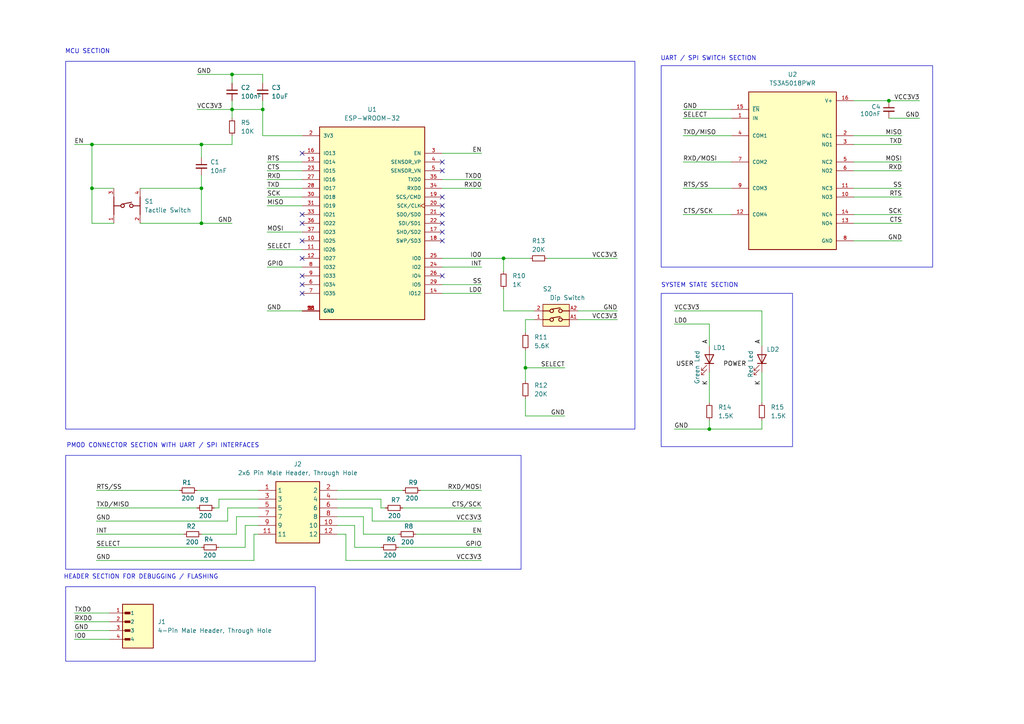
<source format=kicad_sch>
(kicad_sch (version 20231120) (generator "eeschema") (generator_version "8.0")
  (paper "A4")
  (title_block (title "PMOD ESP32 PROJECT SCHEMATIC") (date "2024-12-27") (rev "0.3"))
  (lib_symbols
    (symbol "418121270802:418121270802" (pin_names (offset 1.016))
      (property "Reference" "S" (at 2.54 2.54 0))
      (symbol "418121270802_0_0"
        (rectangle (start -4.445 -2.54) (end 1.905 5.08) (stroke (width 0.2)) (fill (type background)))
        (circle (center -2.54 0) (radius 0.508) (stroke (width 0.254)))
        (circle (center -2.54 2.54) (radius 0.508) (stroke (width 0.254)))
        (polyline (pts (xy -2.54 -2.54) (xy -2.54 -0.535)) (stroke (width 0.254)))
        (polyline (pts (xy -2.54 5.08) (xy -2.54 3.075)) (stroke (width 0.254)))
        (polyline (pts (xy -2.04 -0.03) (xy -1.64 2.47)) (stroke (width 0.254)))
        (polyline (pts (xy 0 -2.54) (xy 0 -0.535)) (stroke (width 0.254)))
        (polyline (pts (xy 0 5.08) (xy 0 3.075)) (stroke (width 0.254)))
        (polyline (pts (xy 0.5 -0.03) (xy 0.9 2.47)) (stroke (width 0.254)))
        (circle (center 0 0) (radius 0.508) (stroke (width 0.254)))
        (circle (center 0 2.54) (radius 0.508) (stroke (width 0.254)))
        (pin passive line (at -2.54 -5.08 90) (length 2.54) (name "~") (number "1"))
        (pin passive line (at 0 -5.08 90) (length 2.54) (name "~") (number "2"))
        (pin passive line (at -2.54 7.62 270) (length 2.54) (name "~") (number "A1"))
        (pin passive line (at 0 7.62 270) (length 2.54) (name "~") (number "A2"))
      )
    )
    (symbol "430182050816:430182050816" (pin_names (offset 1.016))
      (property "Reference" "S" (at 0 5.842 0))
      (symbol "430182050816_0_0"
        (polyline (pts (xy 0 -2.54) (xy -2.54 -2.54)) (stroke (width 0.254)))
        (polyline (pts (xy 0 -2.54) (xy 0 -0.635)) (stroke (width 0.254)))
        (polyline (pts (xy 0 3.175) (xy 0 5.08)) (stroke (width 0.254)))
        (polyline (pts (xy 0 5.08) (xy -2.54 5.08)) (stroke (width 0.254)))
        (polyline (pts (xy 0.47 2.74) (xy 1.04 -0.07)) (stroke (width 0.254)))
        (polyline (pts (xy 2.54 -2.54) (xy 0 -2.54)) (stroke (width 0.254)))
        (polyline (pts (xy 2.54 5.08) (xy 0 5.08)) (stroke (width 0.254)))
        (circle (center 0 0) (radius 0.508) (stroke (width 0.254)))
        (circle (center 0 2.54) (radius 0.508) (stroke (width 0.254)))
        (pin passive line (at -5.08 5.08 0) (length 2.54) (name "~") (number "1"))
        (pin passive line (at -5.08 -2.54 0) (length 2.54) (name "~") (number "2"))
        (pin passive line (at 5.08 5.08 180) (length 2.54) (name "~") (number "3"))
        (pin passive line (at 5.08 -2.54 180) (length 2.54) (name "~") (number "4"))
      )
    )
    (symbol "68001-204HLF:68001-204HLF" (pin_names (offset 1.016))
      (property "Reference" "J" (at -2.54 5.842 0))
      (property "Value" "68001-204HLF" (at -2.54 -10.16 0))
      (symbol "68001-204HLF_0_0"
        (rectangle (start -3.81 -7.62) (end 5.08 5.08) (stroke (width 0.254)) (fill (type background)))
        (rectangle (start -3.175 -5.3975) (end -1.5875 -4.7625) (stroke (width 0.1)) (fill (type outline)))
        (rectangle (start -3.175 -2.8575) (end -1.5875 -2.2225) (stroke (width 0.1)) (fill (type outline)))
        (rectangle (start -3.175 -0.3175) (end -1.5875 0.3175) (stroke (width 0.1)) (fill (type outline)))
        (rectangle (start -3.175 2.2225) (end -1.5875 2.8575) (stroke (width 0.1)) (fill (type outline)))
        (pin passive line (at -7.62 2.54 0) (length 5.08) (name "1") (number "1"))
        (pin passive line (at -7.62 0 0) (length 5.08) (name "2") (number "2"))
        (pin passive line (at -7.62 -2.54 0) (length 5.08) (name "3") (number "3"))
        (pin passive line (at -7.62 -5.08 0) (length 5.08) (name "4") (number "4"))
      )
    )
    (symbol "Device:C_Small" (pin_numbers hide) (pin_names (offset 0.254) hide)
      (property "Reference" "C" (at 0.254 1.778 0))
      (property "Value" "C_Small" (at 0.254 -2.032 0))
      (symbol "C_Small_0_1"
        (polyline (pts (xy -1.524 -0.508) (xy 1.524 -0.508)) (stroke (width 0.3302)))
        (polyline (pts (xy -1.524 0.508) (xy 1.524 0.508)) (stroke (width 0.3048)))
      )
      (symbol "C_Small_1_1"
        (pin passive line (at 0 2.54 270) (length 2.032) (name "~") (number "1"))
        (pin passive line (at 0 -2.54 90) (length 2.032) (name "~") (number "2"))
      )
    )
    (symbol "Device:LED" (pin_numbers hide) (pin_names (offset 1.016) hide)
      (property "Reference" "D" (at 0 2.54 0))
      (property "Value" "LED" (at 0 -2.54 0))
      (symbol "LED_0_1"
        (polyline (pts (xy -1.27 -1.27) (xy -1.27 1.27)) (stroke (width 0.254)))
        (polyline (pts (xy -1.27 0) (xy 1.27 0)))
        (polyline (pts (xy 1.27 -1.27) (xy 1.27 1.27) (xy -1.27 0) (xy 1.27 -1.27)) (stroke (width 0.254)))
        (polyline (pts (xy -3.048 -0.762) (xy -4.572 -2.286) (xy -3.81 -2.286) (xy -4.572 -2.286) (xy -4.572 -1.524)))
        (polyline (pts (xy -1.778 -0.762) (xy -3.302 -2.286) (xy -2.54 -2.286) (xy -3.302 -2.286) (xy -3.302 -1.524)))
      )
      (symbol "LED_1_1"
        (pin passive line (at -3.81 0 0) (length 2.54) (name "K") (number "1"))
        (pin passive line (at 3.81 0 180) (length 2.54) (name "A") (number "2"))
      )
    )
    (symbol "Device:R_Small" (pin_numbers hide) (pin_names (offset 0.254) hide)
      (property "Reference" "R" (at 0.762 0.508 0))
      (property "Value" "R_Small" (at 0.762 -1.016 0))
      (symbol "R_Small_0_1"
        (rectangle (start -0.762 1.778) (end 0.762 -1.778) (stroke (width 0.2032)))
      )
      (symbol "R_Small_1_1"
        (pin passive line (at 0 2.54 270) (length 0.762) (name "~") (number "1"))
        (pin passive line (at 0 -2.54 90) (length 0.762) (name "~") (number "2"))
      )
    )
    (symbol "ESP-WROOM-32:ESP-WROOM-32" (pin_names (offset 1.016))
      (property "Reference" "U" (at -15.2699 28.5037 0))
      (property "Value" "ESP-WROOM-32" (at -15.2772 -31.0638 0))
      (symbol "ESP-WROOM-32_0_0"
        (rectangle (start -15.24 -27.94) (end 15.24 27.94) (stroke (width 0.254)) (fill (type background)))
        (pin power_in line (at 20.32 -25.4 180) (length 5.08) (name "GND") (number "1"))
        (pin power_in line (at 20.32 -25.4 180) (length 5.08) (name "GND") (number "1.1"))
        (pin bidirectional line (at 20.32 -5.08 180) (length 5.08) (name "IO25") (number "10"))
        (pin bidirectional line (at 20.32 -7.62 180) (length 5.08) (name "IO26") (number "11"))
        (pin bidirectional line (at 20.32 -10.16 180) (length 5.08) (name "IO27") (number "12"))
        (pin bidirectional line (at 20.32 17.78 180) (length 5.08) (name "IO14") (number "13"))
        (pin bidirectional line (at -20.32 -20.32 0) (length 5.08) (name "IO12") (number "14"))
        (pin power_in line (at 20.32 -25.4 180) (length 5.08) (name "GND") (number "15"))
        (pin bidirectional line (at 20.32 20.32 180) (length 5.08) (name "IO13") (number "16"))
        (pin bidirectional line (at -20.32 -2.54 0) (length 5.08) (name "SHD/SD2") (number "17"))
        (pin bidirectional line (at -20.32 -5.08 0) (length 5.08) (name "SWP/SD3") (number "18"))
        (pin bidirectional line (at -20.32 7.62 0) (length 5.08) (name "SCS/CMD") (number "19"))
        (pin power_in line (at 20.32 25.4 180) (length 5.08) (name "3V3") (number "2"))
        (pin bidirectional clock (at -20.32 5.08 0) (length 5.08) (name "SCK/CLK") (number "20"))
        (pin bidirectional line (at -20.32 2.54 0) (length 5.08) (name "SDO/SD0") (number "21"))
        (pin bidirectional line (at -20.32 0 0) (length 5.08) (name "SDI/SD1") (number "22"))
        (pin bidirectional line (at 20.32 15.24 180) (length 5.08) (name "IO15") (number "23"))
        (pin bidirectional line (at -20.32 -12.7 0) (length 5.08) (name "IO2") (number "24"))
        (pin bidirectional line (at -20.32 -10.16 0) (length 5.08) (name "IO0") (number "25"))
        (pin bidirectional line (at -20.32 -15.24 0) (length 5.08) (name "IO4") (number "26"))
        (pin bidirectional line (at 20.32 12.7 180) (length 5.08) (name "IO16") (number "27"))
        (pin bidirectional line (at 20.32 10.16 180) (length 5.08) (name "IO17") (number "28"))
        (pin bidirectional line (at -20.32 -17.78 0) (length 5.08) (name "IO5") (number "29"))
        (pin input line (at -20.32 20.32 0) (length 5.08) (name "EN") (number "3"))
        (pin bidirectional line (at 20.32 7.62 180) (length 5.08) (name "IO18") (number "30"))
        (pin bidirectional line (at 20.32 5.08 180) (length 5.08) (name "IO19") (number "31"))
        (pin bidirectional line (at 20.32 2.54 180) (length 5.08) (name "IO21") (number "33"))
        (pin bidirectional line (at -20.32 10.16 0) (length 5.08) (name "RXD0") (number "34"))
        (pin bidirectional line (at -20.32 12.7 0) (length 5.08) (name "TXD0") (number "35"))
        (pin bidirectional line (at 20.32 0 180) (length 5.08) (name "IO22") (number "36"))
        (pin bidirectional line (at 20.32 -2.54 180) (length 5.08) (name "IO23") (number "37"))
        (pin power_in line (at 20.32 -25.4 180) (length 5.08) (name "GND") (number "38"))
        (pin input line (at -20.32 17.78 0) (length 5.08) (name "SENSOR_VP") (number "4"))
        (pin input line (at -20.32 15.24 0) (length 5.08) (name "SENSOR_VN") (number "5"))
        (pin bidirectional line (at 20.32 -17.78 180) (length 5.08) (name "IO34") (number "6"))
        (pin bidirectional line (at 20.32 -20.32 180) (length 5.08) (name "IO35") (number "7"))
        (pin bidirectional line (at 20.32 -12.7 180) (length 5.08) (name "IO32") (number "8"))
        (pin bidirectional line (at 20.32 -15.24 180) (length 5.08) (name "IO33") (number "9"))
      )
    )
    (symbol "M20-9740642:M20-9740642"
      (property "Reference" "J" (at 19.05 7.62 0))
      (property "Value" "M20-9740642" (at 19.05 5.08 0))
      (symbol "M20-9740642_1_1"
        (rectangle (start 5.08 2.54) (end 17.78 -15.24) (stroke (width 0.254)) (fill (type background)))
        (pin passive line (at 0 0 0) (length 5.08) (name "1") (number "1"))
        (pin passive line (at 22.86 -10.16 180) (length 5.08) (name "10") (number "10"))
        (pin passive line (at 0 -12.7 0) (length 5.08) (name "11") (number "11"))
        (pin passive line (at 22.86 -12.7 180) (length 5.08) (name "12") (number "12"))
        (pin passive line (at 22.86 0 180) (length 5.08) (name "2") (number "2"))
        (pin passive line (at 0 -2.54 0) (length 5.08) (name "3") (number "3"))
        (pin passive line (at 22.86 -2.54 180) (length 5.08) (name "4") (number "4"))
        (pin passive line (at 0 -5.08 0) (length 5.08) (name "5") (number "5"))
        (pin passive line (at 22.86 -5.08 180) (length 5.08) (name "6") (number "6"))
        (pin passive line (at 0 -7.62 0) (length 5.08) (name "7") (number "7"))
        (pin passive line (at 22.86 -7.62 180) (length 5.08) (name "8") (number "8"))
        (pin passive line (at 0 -10.16 0) (length 5.08) (name "9") (number "9"))
      )
    )
    (symbol "TS3A5018PWR:TS3A5018PWR" (pin_names (offset 1.016))
      (property "Reference" "U" (at -12.7 23.86 0))
      (property "Value" "TS3A5018PWR" (at -12.7 -25.4 0))
      (symbol "TS3A5018PWR_0_0"
        (rectangle (start -12.7 -22.86) (end 12.7 22.86) (stroke (width 0.254)) (fill (type background)))
        (pin input line (at -17.78 15.24 0) (length 5.08) (name "IN") (number "1"))
        (pin bidirectional line (at 17.78 -7.62 180) (length 5.08) (name "NO3") (number "10"))
        (pin bidirectional line (at 17.78 -5.08 180) (length 5.08) (name "NC3") (number "11"))
        (pin bidirectional line (at -17.78 -12.7 0) (length 5.08) (name "COM4") (number "12"))
        (pin bidirectional line (at 17.78 -15.24 180) (length 5.08) (name "NO4") (number "13"))
        (pin bidirectional line (at 17.78 -12.7 180) (length 5.08) (name "NC4") (number "14"))
        (pin input line (at -17.78 17.78 0) (length 5.08) (name "~{EN}") (number "15"))
        (pin power_in line (at 17.78 20.32 180) (length 5.08) (name "V+") (number "16"))
        (pin bidirectional line (at 17.78 10.16 180) (length 5.08) (name "NC1") (number "2"))
        (pin bidirectional line (at 17.78 7.62 180) (length 5.08) (name "NO1") (number "3"))
        (pin bidirectional line (at -17.78 10.16 0) (length 5.08) (name "COM1") (number "4"))
        (pin bidirectional line (at 17.78 2.54 180) (length 5.08) (name "NC2") (number "5"))
        (pin bidirectional line (at 17.78 0 180) (length 5.08) (name "NO2") (number "6"))
        (pin bidirectional line (at -17.78 2.54 0) (length 5.08) (name "COM2") (number "7"))
        (pin power_in line (at 17.78 -20.32 180) (length 5.08) (name "GND") (number "8"))
        (pin bidirectional line (at -17.78 -5.08 0) (length 5.08) (name "COM3") (number "9"))
      )
    )
  )
  (junction (at 58.42 54.61))
  (junction (at 58.42 64.77))
  (junction (at 26.67 54.61))
  (junction (at 76.2 31.75))
  (junction (at 205.74 124.46))
  (junction (at 58.42 41.91))
  (junction (at 146.05 74.93))
  (junction (at 67.31 31.75))
  (junction (at 67.31 21.59))
  (junction (at 257.81 29.21))
  (junction (at 152.4 106.68))
  (junction (at 26.67 41.91))
  (no_connect (at 128.27 69.85))
  (no_connect (at 87.63 85.09))
  (no_connect (at 87.63 80.01))
  (no_connect (at 87.63 69.85))
  (no_connect (at 87.63 64.77))
  (no_connect (at 128.27 59.69))
  (no_connect (at 128.27 80.01))
  (no_connect (at 128.27 46.99))
  (no_connect (at 87.63 62.23))
  (no_connect (at 128.27 67.31))
  (no_connect (at 128.27 62.23))
  (no_connect (at 128.27 64.77))
  (no_connect (at 87.63 74.93))
  (no_connect (at 128.27 49.53))
  (no_connect (at 128.27 57.15))
  (no_connect (at 87.63 44.45))
  (no_connect (at 87.63 82.55))
  (wire (pts (xy 77.47 67.31) (xy 87.63 67.31)))
  (wire (pts (xy 102.87 158.75) (xy 110.49 158.75)))
  (wire (pts (xy 67.31 24.13) (xy 67.31 21.59)))
  (wire (pts (xy 154.94 92.71) (xy 152.4 92.71)))
  (wire (pts (xy 247.65 57.15) (xy 261.62 57.15)))
  (wire (pts (xy 146.05 74.93) (xy 153.67 74.93)))
  (wire (pts (xy 195.58 124.46) (xy 205.74 124.46)))
  (wire (pts (xy 97.79 152.4) (xy 102.87 152.4)))
  (wire (pts (xy 21.59 182.88) (xy 31.75 182.88)))
  (wire (pts (xy 77.47 59.69) (xy 87.63 59.69)))
  (wire (pts (xy 40.64 64.77) (xy 58.42 64.77)))
  (wire (pts (xy 205.74 107.95) (xy 205.74 116.84)))
  (wire (pts (xy 58.42 64.77) (xy 67.31 64.77)))
  (wire (pts (xy 26.67 64.77) (xy 26.67 54.61)))
  (wire (pts (xy 67.31 31.75) (xy 76.2 31.75)))
  (wire (pts (xy 33.02 64.77) (xy 26.67 64.77)))
  (wire (pts (xy 97.79 144.78) (xy 110.49 144.78)))
  (wire (pts (xy 58.42 41.91) (xy 58.42 45.72)))
  (wire (pts (xy 57.15 31.75) (xy 67.31 31.75)))
  (wire (pts (xy 67.31 31.75) (xy 67.31 34.29)))
  (wire (pts (xy 205.74 121.92) (xy 205.74 124.46)))
  (wire (pts (xy 247.65 46.99) (xy 261.62 46.99)))
  (wire (pts (xy 27.94 154.94) (xy 53.34 154.94)))
  (wire (pts (xy 100.33 162.56) (xy 139.7 162.56)))
  (wire (pts (xy 146.05 90.17) (xy 154.94 90.17)))
  (wire (pts (xy 21.59 177.8) (xy 31.75 177.8)))
  (wire (pts (xy 198.12 31.75) (xy 212.09 31.75)))
  (wire (pts (xy 77.47 52.07) (xy 87.63 52.07)))
  (wire (pts (xy 74.93 147.32) (xy 66.04 147.32)))
  (wire (pts (xy 247.65 64.77) (xy 261.62 64.77)))
  (wire (pts (xy 21.59 180.34) (xy 31.75 180.34)))
  (wire (pts (xy 220.98 124.46) (xy 220.98 121.92)))
  (wire (pts (xy 77.47 49.53) (xy 87.63 49.53)))
  (wire (pts (xy 247.65 41.91) (xy 261.62 41.91)))
  (wire (pts (xy 152.4 106.68) (xy 163.83 106.68)))
  (wire (pts (xy 247.65 62.23) (xy 261.62 62.23)))
  (wire (pts (xy 128.27 54.61) (xy 139.7 54.61)))
  (wire (pts (xy 205.74 93.98) (xy 205.74 100.33)))
  (wire (pts (xy 198.12 54.61) (xy 212.09 54.61)))
  (wire (pts (xy 77.47 46.99) (xy 87.63 46.99)))
  (wire (pts (xy 67.31 29.21) (xy 67.31 31.75)))
  (wire (pts (xy 146.05 74.93) (xy 146.05 78.74)))
  (wire (pts (xy 67.31 41.91) (xy 67.31 39.37)))
  (wire (pts (xy 52.07 142.24) (xy 27.94 142.24)))
  (wire (pts (xy 105.41 149.86) (xy 97.79 149.86)))
  (wire (pts (xy 247.65 54.61) (xy 261.62 54.61)))
  (wire (pts (xy 58.42 64.77) (xy 58.42 54.61)))
  (wire (pts (xy 152.4 115.57) (xy 152.4 120.65)))
  (wire (pts (xy 76.2 29.21) (xy 76.2 31.75)))
  (wire (pts (xy 247.65 49.53) (xy 261.62 49.53)))
  (wire (pts (xy 76.2 21.59) (xy 76.2 24.13)))
  (wire (pts (xy 58.42 50.8) (xy 58.42 54.61)))
  (wire (pts (xy 100.33 154.94) (xy 100.33 162.56)))
  (wire (pts (xy 26.67 41.91) (xy 58.42 41.91)))
  (wire (pts (xy 27.94 158.75) (xy 58.42 158.75)))
  (wire (pts (xy 57.15 142.24) (xy 74.93 142.24)))
  (wire (pts (xy 220.98 107.95) (xy 220.98 116.84)))
  (wire (pts (xy 77.47 57.15) (xy 87.63 57.15)))
  (wire (pts (xy 205.74 124.46) (xy 220.98 124.46)))
  (wire (pts (xy 247.65 29.21) (xy 257.81 29.21)))
  (wire (pts (xy 63.5 144.78) (xy 74.93 144.78)))
  (wire (pts (xy 73.66 154.94) (xy 73.66 162.56)))
  (wire (pts (xy 247.65 39.37) (xy 261.62 39.37)))
  (wire (pts (xy 139.7 154.94) (xy 120.65 154.94)))
  (wire (pts (xy 77.47 54.61) (xy 87.63 54.61)))
  (wire (pts (xy 128.27 85.09) (xy 139.7 85.09)))
  (wire (pts (xy 152.4 106.68) (xy 152.4 110.49)))
  (wire (pts (xy 63.5 147.32) (xy 62.23 147.32)))
  (wire (pts (xy 195.58 90.17) (xy 220.98 90.17)))
  (wire (pts (xy 97.79 154.94) (xy 100.33 154.94)))
  (wire (pts (xy 27.94 151.13) (xy 66.04 151.13)))
  (wire (pts (xy 128.27 77.47) (xy 139.7 77.47)))
  (wire (pts (xy 76.2 39.37) (xy 87.63 39.37)))
  (wire (pts (xy 102.87 152.4) (xy 102.87 158.75)))
  (wire (pts (xy 167.64 92.71) (xy 179.07 92.71)))
  (wire (pts (xy 110.49 147.32) (xy 111.76 147.32)))
  (wire (pts (xy 63.5 147.32) (xy 63.5 144.78)))
  (wire (pts (xy 26.67 54.61) (xy 26.67 41.91)))
  (wire (pts (xy 40.64 54.61) (xy 58.42 54.61)))
  (wire (pts (xy 220.98 90.17) (xy 220.98 100.33)))
  (wire (pts (xy 152.4 120.65) (xy 163.83 120.65)))
  (wire (pts (xy 257.81 34.29) (xy 266.7 34.29)))
  (wire (pts (xy 21.59 185.42) (xy 31.75 185.42)))
  (wire (pts (xy 58.42 41.91) (xy 67.31 41.91)))
  (wire (pts (xy 107.95 151.13) (xy 139.7 151.13)))
  (wire (pts (xy 71.12 158.75) (xy 71.12 152.4)))
  (wire (pts (xy 67.31 21.59) (xy 76.2 21.59)))
  (wire (pts (xy 68.58 154.94) (xy 68.58 149.86)))
  (wire (pts (xy 167.64 90.17) (xy 179.07 90.17)))
  (wire (pts (xy 73.66 154.94) (xy 74.93 154.94)))
  (wire (pts (xy 146.05 83.82) (xy 146.05 90.17)))
  (wire (pts (xy 198.12 46.99) (xy 212.09 46.99)))
  (wire (pts (xy 58.42 154.94) (xy 68.58 154.94)))
  (wire (pts (xy 97.79 147.32) (xy 107.95 147.32)))
  (wire (pts (xy 198.12 62.23) (xy 212.09 62.23)))
  (wire (pts (xy 128.27 52.07) (xy 139.7 52.07)))
  (wire (pts (xy 121.92 142.24) (xy 139.7 142.24)))
  (wire (pts (xy 77.47 77.47) (xy 87.63 77.47)))
  (wire (pts (xy 128.27 74.93) (xy 146.05 74.93)))
  (wire (pts (xy 105.41 154.94) (xy 115.57 154.94)))
  (wire (pts (xy 68.58 149.86) (xy 74.93 149.86)))
  (wire (pts (xy 110.49 144.78) (xy 110.49 147.32)))
  (wire (pts (xy 77.47 90.17) (xy 87.63 90.17)))
  (wire (pts (xy 158.75 74.93) (xy 179.07 74.93)))
  (wire (pts (xy 195.58 93.98) (xy 205.74 93.98)))
  (wire (pts (xy 66.04 147.32) (xy 66.04 151.13)))
  (wire (pts (xy 107.95 147.32) (xy 107.95 151.13)))
  (wire (pts (xy 77.47 72.39) (xy 87.63 72.39)))
  (wire (pts (xy 73.66 162.56) (xy 27.94 162.56)))
  (wire (pts (xy 139.7 158.75) (xy 115.57 158.75)))
  (wire (pts (xy 152.4 101.6) (xy 152.4 106.68)))
  (wire (pts (xy 247.65 69.85) (xy 261.62 69.85)))
  (wire (pts (xy 26.67 54.61) (xy 33.02 54.61)))
  (wire (pts (xy 76.2 31.75) (xy 76.2 39.37)))
  (wire (pts (xy 57.15 147.32) (xy 27.94 147.32)))
  (wire (pts (xy 71.12 152.4) (xy 74.93 152.4)))
  (wire (pts (xy 128.27 44.45) (xy 139.7 44.45)))
  (wire (pts (xy 198.12 39.37) (xy 212.09 39.37)))
  (wire (pts (xy 21.59 41.91) (xy 26.67 41.91)))
  (wire (pts (xy 97.79 142.24) (xy 116.84 142.24)))
  (wire (pts (xy 105.41 154.94) (xy 105.41 149.86)))
  (wire (pts (xy 128.27 82.55) (xy 139.7 82.55)))
  (wire (pts (xy 116.84 147.32) (xy 139.7 147.32)))
  (wire (pts (xy 257.81 29.21) (xy 266.7 29.21)))
  (wire (pts (xy 198.12 34.29) (xy 212.09 34.29)))
  (wire (pts (xy 63.5 158.75) (xy 71.12 158.75)))
  (wire (pts (xy 57.15 21.59) (xy 67.31 21.59)))
  (wire (pts (xy 152.4 92.71) (xy 152.4 96.52)))
  (rectangle (start 19.05 17.78) (end 184.15 124.46))
  (rectangle (start 191.77 85.09) (end 229.87 129.54))
  (rectangle (start 19.05 132.08) (end 151.13 165.1))
  (rectangle (start 191.77 19.05) (end 270.51 77.47))
  (rectangle (start 19.05 170.18) (end 91.44 191.77))
  (text "POWER\n" (at 213.106 105.664 0) (effects (font (size 1.27 1.27))))
  (text "UART / SPI SWITCH SECTION" (at 205.486 17.018 0) (effects (font (size 1.27 1.27))))
  (text "HEADER SECTION FOR DEBUGGING / FLASHING" (at 40.894 167.386 0) (effects (font (size 1.27 1.27))))
  (text "PMOD CONNECTOR SECTION WITH UART / SPI INTERFACES" (at 47.244 129.286 0) (effects (font (size 1.27 1.27))))
  (text "K\n" (at 219.71 111.252 90) (effects (font (size 1.27 1.27))))
  (text "SYSTEM STATE SECTION" (at 202.946 82.804 0) (effects (font (size 1.27 1.27))))
  (text "USER" (at 198.628 105.664 0) (effects (font (size 1.27 1.27))))
  (text "A" (at 204.47 99.314 90) (effects (font (size 1.27 1.27))))
  (text "MCU SECTION" (at 25.4 14.986 0) (effects (font (size 1.27 1.27))))
  (text "K\n" (at 204.47 111.252 90) (effects (font (size 1.27 1.27))))
  (text "A" (at 219.71 99.314 90) (effects (font (size 1.27 1.27))))
  (label "TXD" (at 77.47 54.61 0))
  (label "MOSI" (at 261.62 46.99 180))
  (label "INT" (at 27.94 154.94 0))
  (label "SCK" (at 77.47 57.15 0))
  (label "GND" (at 163.83 120.65 180))
  (label "RXD" (at 77.47 52.07 0))
  (label "LD0" (at 195.58 93.98 0))
  (label "SCK" (at 261.62 62.23 180))
  (label "IO0" (at 21.59 185.42 0))
  (label "RXD" (at 261.62 49.53 180))
  (label "GND" (at 67.31 64.77 180))
  (label "VCC3V3" (at 266.7 29.21 180))
  (label "GND" (at 195.58 124.46 0))
  (label "MISO" (at 77.47 59.69 0))
  (label "VCC3V3" (at 139.7 162.56 180))
  (label "SELECT" (at 198.12 34.29 0))
  (label "RTS" (at 261.62 57.15 180))
  (label "VCC3V3" (at 139.7 151.13 180))
  (label "SELECT" (at 27.94 158.75 0))
  (label "CTS{slash}SCK" (at 139.7 147.32 180))
  (label "GND" (at 261.62 69.85 180))
  (label "CTS{slash}SCK" (at 198.12 62.23 0))
  (label "GND" (at 77.47 90.17 0))
  (label "GND" (at 179.07 90.17 180))
  (label "GPIO" (at 77.47 77.47 0))
  (label "CTS" (at 261.62 64.77 180))
  (label "GND" (at 57.15 21.59 0))
  (label "VCC3V3" (at 57.15 31.75 0))
  (label "LD0" (at 139.7 85.09 180))
  (label "GPIO" (at 139.7 158.75 180))
  (label "SELECT" (at 77.47 72.39 0))
  (label "VCC3V3" (at 179.07 74.93 180))
  (label "RTS{slash}SS" (at 198.12 54.61 0))
  (label "RXD0" (at 21.59 180.34 0))
  (label "GND" (at 21.59 182.88 0))
  (label "TXD{slash}MISO" (at 198.12 39.37 0))
  (label "RTS{slash}SS" (at 27.94 142.24 0))
  (label "INT" (at 139.7 77.47 180))
  (label "EN" (at 21.59 41.91 0))
  (label "GND" (at 27.94 151.13 0))
  (label "GND" (at 27.94 162.56 0))
  (label "TXD{slash}MISO" (at 27.94 147.32 0))
  (label "CTS" (at 77.47 49.53 0))
  (label "RXD0" (at 139.7 54.61 180))
  (label "GND" (at 266.7 34.29 180))
  (label "MISO" (at 261.62 39.37 180))
  (label "RXD{slash}MOSI" (at 139.7 142.24 180))
  (label "SELECT" (at 163.83 106.68 180))
  (label "EN" (at 139.7 154.94 180))
  (label "SS" (at 261.62 54.61 180))
  (label "EN" (at 139.7 44.45 180))
  (label "RTS" (at 77.47 46.99 0))
  (label "GND" (at 198.12 31.75 0))
  (label "SS" (at 139.7 82.55 180))
  (label "IO0" (at 139.7 74.93 180))
  (label "VCC3V3" (at 195.58 90.17 0))
  (label "TXD" (at 261.62 41.91 180))
  (label "RXD{slash}MOSI" (at 198.12 46.99 0))
  (label "TXD0" (at 21.59 177.8 0))
  (label "MOSI" (at 77.47 67.31 0))
  (label "VCC3V3" (at 179.07 92.71 180))
  (label "TXD0" (at 139.7 52.07 180))
  (symbol (lib_id "Device:R_Small") (at 55.88 154.94 270) (mirror x) (unit 1)
    (property "Reference" "R2" (at 54.102 152.654 90) (effects (justify left)))
    (property "Value" "200" (at 53.848 157.226 90) (effects (justify left)))
    (property "Footprint" "Resistor_SMD:R_0603_1608Metric_Pad0.98x0.95mm_HandSolder" (effects (hide yes)))
    (property "Datasheet" "https://cdn.ozdisan.com/ETicaret_Dosya/399380_9872459.pdf" (effects (hide yes)))
    (property "Description" "200 Ohm Resistor" (effects (hide yes)))
    (property "MANUFACTURER" "ROYALOHM" (effects (hide yes)))
    (property "PACKAGE" "0603" (effects (hide yes)))
    (property "Price" "0.05 TL" (effects (hide yes)))
  )
  (symbol (lib_id "Device:R_Small") (at 114.3 147.32 90) (unit 1)
    (property "Reference" "R7" (at 116.078 145.034 90) (effects (justify left)))
    (property "Value" "200" (at 116.332 149.606 90) (effects (justify left)))
    (property "Footprint" "Resistor_SMD:R_0603_1608Metric_Pad0.98x0.95mm_HandSolder" (effects (hide yes)))
    (property "Datasheet" "https://cdn.ozdisan.com/ETicaret_Dosya/399380_9872459.pdf" (effects (hide yes)))
    (property "Description" "200 Ohm Resistor" (effects (hide yes)))
    (property "MANUFACTURER" "ROYALOHM" (effects (hide yes)))
    (property "PACKAGE" "0603" (effects (hide yes)))
    (property "Price" "0.05 TL" (effects (hide yes)))
  )
  (symbol (lib_id "Device:R_Small") (at 60.96 158.75 270) (mirror x) (unit 1)
    (property "Reference" "R4" (at 59.182 156.464 90) (effects (justify left)))
    (property "Value" "200" (at 58.928 161.036 90) (effects (justify left)))
    (property "Footprint" "Resistor_SMD:R_0603_1608Metric_Pad0.98x0.95mm_HandSolder" (effects (hide yes)))
    (property "Datasheet" "https://cdn.ozdisan.com/ETicaret_Dosya/399380_9872459.pdf" (effects (hide yes)))
    (property "Description" "200 Ohm Resistor" (effects (hide yes)))
    (property "MANUFACTURER" "ROYALOHM" (effects (hide yes)))
    (property "PACKAGE" "0603" (effects (hide yes)))
    (property "Price" "0.05 TL" (effects (hide yes)))
  )
  (symbol (lib_id "430182050816:430182050816") (at 38.1 59.69 90) (unit 1)
    (property "Reference" "S1" (at 41.91 58.4199 90) (effects (justify right)))
    (property "Value" "Tactile Switch" (at 41.91 60.9599 90) (effects (justify right)))
    (property "Footprint" "430182050816:430182050816" (effects (hide yes)))
    (property "Datasheet" "https://www.we-online.com/components/products/datasheet/4301x2xxx8x6.pdf" (effects (hide yes)))
    (property "Description" "SWITCH TACTILE SPST-NO 0.05A 12V" (effects (hide yes)))
    (property "MF" "Wurth Electronics" (effects (hide yes)))
    (property "Description_1" "6*6mm vertical type, SMT, height 5.0mm, black actuator, 160gf, T&R" (effects (hide yes)))
    (property "Package" "None" (effects (hide yes)))
    (property "Price" "25.85 TL" (effects (hide yes)))
    (property "VALUE" "430182050816" (effects (hide yes)))
    (property "HEIGHT" "5mm" (effects (hide yes)))
    (property "SnapEDA_Link" "https://www.snapeda.com/parts/430182050816/Wurth+Electronics/view-part/?ref=snap" (effects (hide yes)))
    (property "DATASHEET-URL" "https://www.we-online.com/redexpert/spec/430182050816?ae" (effects (hide yes)))
    (property "MP" "430182050816" (effects (hide yes)))
    (property "PART-NUMBER" "430182050816" (effects (hide yes)))
    (property "OPERATION-FORCE" "160g" (effects (hide yes)))
    (property "QTY" "1000" (effects (hide yes)))
    (property "Availability" "In Stock" (effects (hide yes)))
    (property "Check_prices" "https://www.snapeda.com/parts/430182050816/Wurth+Electronics/view-part/?ref=eda" (effects (hide yes)))
    (property "MANUFACTURER" "Würth" (effects (hide yes)))
  )
  (symbol (lib_id "Device:R_Small") (at 54.61 142.24 270) (mirror x) (unit 1)
    (property "Reference" "R1" (at 52.832 139.954 90) (effects (justify left)))
    (property "Value" "200" (at 52.578 144.526 90) (effects (justify left)))
    (property "Footprint" "Resistor_SMD:R_0603_1608Metric_Pad0.98x0.95mm_HandSolder" (effects (hide yes)))
    (property "Datasheet" "https://cdn.ozdisan.com/ETicaret_Dosya/399380_9872459.pdf" (effects (hide yes)))
    (property "Description" "200 Ohm Resistor" (effects (hide yes)))
    (property "MANUFACTURER" "ROYALOHM" (effects (hide yes)))
    (property "PACKAGE" "0603" (effects (hide yes)))
    (property "Price" "0.05 TL" (effects (hide yes)))
  )
  (symbol (lib_id "Device:R_Small") (at 156.21 74.93 90) (unit 1)
    (property "Reference" "R13" (at 156.21 69.85 90))
    (property "Value" "20K" (at 156.21 72.39 90))
    (property "Footprint" "Resistor_SMD:R_0603_1608Metric_Pad0.98x0.95mm_HandSolder" (effects (hide yes)))
    (property "Datasheet" "https://cdn.ozdisan.com/ETicaret_Dosya/399380_9872459.pdf" (effects (hide yes)))
    (property "Description" "20K Resistor" (effects (hide yes)))
    (property "MANUFACTURER" "ROYALOHM" (effects (hide yes)))
    (property "PACKAGE" "0603" (effects (hide yes)))
    (property "Price" "0.06 TL" (effects (hide yes)))
  )
  (symbol (lib_id "Device:C_Small") (at 58.42 48.26 0) (unit 1)
    (property "Reference" "C1" (at 60.96 46.9962 0) (effects (justify left)))
    (property "Value" "10nF" (at 60.96 49.5362 0) (effects (justify left)))
    (property "Footprint" "Capacitor_SMD:C_0603_1608Metric_Pad1.08x0.95mm_HandSolder" (effects (hide yes)))
    (property "Datasheet" "https://www.mouser.com.tr/datasheet/2/585/MLCC_Automotive-1837966.pdf" (effects (hide yes)))
    (property "Description" "Unpolarized capacitor, small symbol" (effects (hide yes)))
    (property "MANUFACTURER" "Samsung" (effects (hide yes)))
    (property "PACKAGE" "0603" (effects (hide yes)))
    (property "Price" "0.14 TL" (effects (hide yes)))
  )
  (symbol (lib_id "Device:R_Small") (at 146.05 81.28 0) (unit 1)
    (property "Reference" "R10" (at 148.59 80.0099 0) (effects (justify left)))
    (property "Value" "1K" (at 148.59 82.5499 0) (effects (justify left)))
    (property "Footprint" "Resistor_SMD:R_0603_1608Metric_Pad0.98x0.95mm_HandSolder" (effects (hide yes)))
    (property "Datasheet" "https://cdn.ozdisan.com/ETicaret_Dosya/399380_9872459.pdf" (effects (hide yes)))
    (property "Description" "1K Resistor" (effects (hide yes)))
    (property "MANUFACTURER" "ROYALOHM" (effects (hide yes)))
    (property "PACKAGE" "0603" (effects (hide yes)))
    (property "Price" "0.06 TL" (effects (hide yes)))
  )
  (symbol (lib_id "Device:R_Small") (at 119.38 142.24 90) (unit 1)
    (property "Reference" "R9" (at 121.158 139.954 90) (effects (justify left)))
    (property "Value" "200" (at 121.412 144.526 90) (effects (justify left)))
    (property "Footprint" "Resistor_SMD:R_0603_1608Metric_Pad0.98x0.95mm_HandSolder" (effects (hide yes)))
    (property "Datasheet" "https://cdn.ozdisan.com/ETicaret_Dosya/399380_9872459.pdf" (effects (hide yes)))
    (property "Description" "200 Ohm Resistor" (effects (hide yes)))
    (property "MANUFACTURER" "ROYALOHM" (effects (hide yes)))
    (property "PACKAGE" "0603" (effects (hide yes)))
    (property "Price" "0.05 TL" (effects (hide yes)))
  )
  (symbol (lib_id "Device:R_Small") (at 67.31 36.83 0) (unit 1)
    (property "Reference" "R5" (at 69.85 35.5599 0) (effects (justify left)))
    (property "Value" "10K" (at 69.85 38.0999 0) (effects (justify left)))
    (property "Footprint" "Resistor_SMD:R_0603_1608Metric_Pad0.98x0.95mm_HandSolder" (effects (hide yes)))
    (property "Datasheet" "https://cdn.ozdisan.com/ETicaret_Dosya/399380_9872459.pdf" (effects (hide yes)))
    (property "Description" "10K Resistor" (effects (hide yes)))
    (property "MANUFACTURER" "ROYALOHM" (effects (hide yes)))
    (property "PACKAGE" "0603" (effects (hide yes)))
    (property "Price" "0.06 TL" (effects (hide yes)))
  )
  (symbol (lib_id "Device:LED") (at 205.74 104.14 270) (mirror x) (unit 1)
    (property "Reference" "LD1" (at 210.566 100.838 90) (effects (justify right)))
    (property "Value" "Green Led" (at 202.184 101.6 0) (effects (justify right)))
    (property "Footprint" "LED_SMD:LED_1206_3216Metric_Pad1.42x1.75mm_HandSolder" (effects (hide yes)))
    (property "Datasheet" "https://pdf.direnc.net/upload/dstk6802-datasheet.pdf" (effects (hide yes)))
    (property "Description" "Light emitting diode (green led)" (effects (hide yes)))
    (property "MANUFACTURER" "Honglitronic" (effects (hide yes)))
    (property "PACKAGE" "1206" (effects (hide yes)))
    (property "Price" "0.81 TL" (effects (hide yes)))
  )
  (symbol (lib_id "Device:R_Small") (at 220.98 119.38 0) (unit 1)
    (property "Reference" "R15" (at 223.52 118.1099 0) (effects (justify left)))
    (property "Value" "1.5K" (at 223.52 120.6499 0) (effects (justify left)))
    (property "Footprint" "Resistor_SMD:R_0603_1608Metric_Pad0.98x0.95mm_HandSolder" (effects (hide yes)))
    (property "Datasheet" "https://cdn.ozdisan.com/ETicaret_Dosya/399380_9872459.pdf" (effects (hide yes)))
    (property "Description" "1.5K Resistor" (effects (hide yes)))
    (property "MANUFACTURER" "ROYALOHM" (effects (hide yes)))
    (property "PACKAGE" "0603" (effects (hide yes)))
    (property "Price" "0.00032 TL" (effects (hide yes)))
  )
  (symbol (lib_id "Device:C_Small") (at 76.2 26.67 0) (unit 1)
    (property "Reference" "C3" (at 78.74 25.4062 0) (effects (justify left)))
    (property "Value" "10uF" (at 78.74 27.9462 0) (effects (justify left)))
    (property "Footprint" "Capacitor_SMD:C_0603_1608Metric_Pad1.08x0.95mm_HandSolder" (effects (hide yes)))
    (property "Datasheet" "https://cdn.ozdisan.com/ETicaret_Dosya/1078246_1413433342..pdf" (effects (hide yes)))
    (property "Description" "Unpolarized capacitor, small symbol" (effects (hide yes)))
    (property "MANUFACTURER" "Viking" (effects (hide yes)))
    (property "PACKAGE" "0603" (effects (hide yes)))
    (property "Price" "0.23 TL" (effects (hide yes)))
  )
  (symbol (lib_id "Device:R_Small") (at 152.4 99.06 0) (unit 1)
    (property "Reference" "R11" (at 154.94 97.7899 0) (effects (justify left)))
    (property "Value" "5.6K" (at 154.94 100.3299 0) (effects (justify left)))
    (property "Footprint" "Resistor_SMD:R_0603_1608Metric_Pad0.98x0.95mm_HandSolder" (effects (hide yes)))
    (property "Datasheet" "https://cdn.ozdisan.com/ETicaret_Dosya/399380_9872459.pdf" (effects (hide yes)))
    (property "Description" "5.6K Resistor" (effects (hide yes)))
    (property "MANUFACTURER" "ROYALOHM" (effects (hide yes)))
    (property "PACKAGE" "0603" (effects (hide yes)))
    (property "Price" "0.00032 TL" (effects (hide yes)))
  )
  (symbol (lib_id "TS3A5018PWR:TS3A5018PWR") (at 229.87 49.53 0) (unit 1)
    (property "Reference" "U2" (at 229.87 21.59 0))
    (property "Value" "TS3A5018PWR" (at 229.87 24.13 0))
    (property "Footprint" "TS3A5018PW:SOP65P640X120-16N" (effects (hide yes)))
    (property "MF" "Texas Instruments" (effects (hide yes)))
    (property "MAXIMUM_PACKAGE_HEIGHT" "1.2 mm" (effects (hide yes)))
    (property "Package" "TSSOP-16 Texas Instruments" (effects (hide yes)))
    (property "Price" "None" (effects (hide yes)))
    (property "Check_prices" "https://www.snapeda.com/parts/TS3A5018PWR/Texas+Instruments/view-part/?ref=eda" (effects (hide yes)))
    (property "STANDARD" "Manufacturer Recommendations" (effects (hide yes)))
    (property "PARTREV" "H" (effects (hide yes)))
    (property "SnapEDA_Link" "https://www.snapeda.com/parts/TS3A5018PWR/Texas+Instruments/view-part/?ref=snap" (effects (hide yes)))
    (property "MP" "TS3A5018PWR" (effects (hide yes)))
    (property "Description_1" "\n                        \n                            3.3-V, 2:1 (SPDT), 4-channel general-purpose analog switch\n                        \n" (effects (hide yes)))
    (property "MANUFACTURER" "Texas Instruments" (effects (hide yes)))
    (property "Availability" "In Stock" (effects (hide yes)))
    (property "SNAPEDA_PN" "TS3A5018PWR" (effects (hide yes)))
  )
  (symbol (lib_id "Device:R_Small") (at 113.03 158.75 90) (unit 1)
    (property "Reference" "R6" (at 114.808 156.464 90) (effects (justify left)))
    (property "Value" "200" (at 115.062 161.036 90) (effects (justify left)))
    (property "Footprint" "Resistor_SMD:R_0603_1608Metric_Pad0.98x0.95mm_HandSolder" (effects (hide yes)))
    (property "Datasheet" "https://cdn.ozdisan.com/ETicaret_Dosya/399380_9872459.pdf" (effects (hide yes)))
    (property "Description" "200 Ohm Resistor" (effects (hide yes)))
    (property "MANUFACTURER" "ROYALOHM" (effects (hide yes)))
    (property "PACKAGE" "0603" (effects (hide yes)))
    (property "Price" "0.05 TL" (effects (hide yes)))
  )
  (symbol (lib_id "M20-9740642:M20-9740642") (at 74.93 142.24 0) (unit 1)
    (property "Reference" "J2" (at 86.36 134.62 0))
    (property "Value" "2x6 Pin Male Header, Through Hole" (at 86.36 137.16 0))
    (property "Footprint" "M209740642" (effects (hide yes)))
    (property "Datasheet" "https://pdf.direnc.net/upload/20-pin-2x10-2-54mm-erkek-pin-header-tht-90c-datasheet.pdf" (effects (hide yes)))
    (property "Description" "2.54mm (0.1\") Pitch DIL Horizontal Throughboard Pin Header, 5.8mm mating pin height, selective gold + tin, 6+6 contacts" (effects (hide yes)))
    (property "Height" "5.28" (effects (hide yes)))
    (property "Manufacturer_Name" "Harwin" (effects (hide yes)))
    (property "Manufacturer_Part_Number" "M20-9740642" (effects (hide yes)))
    (property "Mouser Part Number" "855-M20-9740642" (effects (hide yes)))
    (property "Mouser Price/Stock" "https://www.mouser.co.uk/ProductDetail/Harwin/M20-9740642?qs=ulE8k0yEMYbl5ooJFe5urw%3D%3D" (effects (hide yes)))
    (property "MANUFACTURER" "Connfly" (effects (hide yes)))
    (property "PACKAGE" "2x6 Pin Header, 2.54mm, Male " (effects (hide yes)))
    (property "Price" "5.99 TL" (effects (hide yes)))
  )
  (symbol (lib_id "68001-204HLF:68001-204HLF") (at 39.37 180.34 0) (unit 1)
    (property "Reference" "J1" (at 45.72 180.3399 0) (effects (justify left)))
    (property "Value" "4-Pin Male Header, Through Hole" (at 45.72 182.8799 0) (effects (justify left)))
    (property "Footprint" "68001-204HLF:AMPHENOL_68001-204HLF" (effects (hide yes)))
    (property "Datasheet" "https://pdf.direnc.net/upload/5-pin-1x5-2-54mm-erkek-pin-header-tht-datasheet.pdf" (effects (hide yes)))
    (property "Description" "5-Pin Single Row Male Header, 2.54mm Pitch, Through-Hole Mount" (effects (hide yes)))
    (property "MF" "Amphenol" (effects (hide yes)))
    (property "MAXIMUM_PACKAGE_HEIGHT" "11.43mm" (effects (hide yes)))
    (property "Package" "None" (effects (hide yes)))
    (property "Price" "6.59 TL" (effects (hide yes)))
    (property "Check_prices" "https://www.snapeda.com/parts/68001-204HLF/Amphenol/view-part/?ref=eda" (effects (hide yes)))
    (property "STANDARD" "Manufacturer Recommendations" (effects (hide yes)))
    (property "PARTREV" "DG" (effects (hide yes)))
    (property "SnapEDA_Link" "https://www.snapeda.com/parts/68001-204HLF/Amphenol/view-part/?ref=snap" (effects (hide yes)))
    (property "MP" "68001-204HLF" (effects (hide yes)))
    (property "Description_1" "\nConn; Rect; Header; Unshrouded; 4 Pos; 2.54mm Pitch; 1-Row; Thru-Hole; BergStik | Amphenol FCI (Amphenol CS) 68001-204HLF\n" (effects (hide yes)))
    (property "Availability" "In Stock" (effects (hide yes)))
    (property "MANUFACTURER" "Connfly" (effects (hide yes)))
    (property "PACKAGE" "1x4 Pin Header, 2.54mm, Male " (effects (hide yes)))
  )
  (symbol (lib_id "Device:C_Small") (at 67.31 26.67 0) (unit 1)
    (property "Reference" "C2" (at 69.85 25.4062 0) (effects (justify left)))
    (property "Value" "100nF" (at 69.85 27.9462 0) (effects (justify left)))
    (property "Footprint" "Capacitor_SMD:C_0603_1608Metric_Pad1.08x0.95mm_HandSolder" (effects (hide yes)))
    (property "Datasheet" "https://www.mouser.com.tr/datasheet/2/585/MLCC-1837944.pdf" (effects (hide yes)))
    (property "Description" "Unpolarized capacitor, small symbol" (effects (hide yes)))
    (property "MANUFACTURER" "Samsung" (effects (hide yes)))
    (property "PACKAGE" "0603" (effects (hide yes)))
    (property "Price" "0.21 TL" (effects (hide yes)))
  )
  (symbol (lib_id "Device:LED") (at 220.98 104.14 270) (mirror x) (unit 1)
    (property "Reference" "LD2" (at 226.06 101.346 90) (effects (justify right)))
    (property "Value" "Red Led" (at 217.678 101.6 0) (effects (justify right)))
    (property "Footprint" "LED_SMD:LED_1206_3216Metric_Pad1.42x1.75mm_HandSolder" (effects (hide yes)))
    (property "Datasheet" "https://pdf.direnc.net/upload/dstk6799-datasheet.pdf" (effects (hide yes)))
    (property "Description" "Light emitting diode (red led)" (effects (hide yes)))
    (property "MANUFACTURER" "Honglitronic" (effects (hide yes)))
    (property "PACKAGE" "1206" (effects (hide yes)))
    (property "Price" "0.94 TL" (effects (hide yes)))
  )
  (symbol (lib_id "418121270802:418121270802") (at 160.02 90.17 270) (mirror x) (unit 1)
    (property "Reference" "S2" (at 158.75 83.82 90))
    (property "Value" "Dip Switch" (at 164.592 86.36 90))
    (property "Footprint" "418121270802:418121270802" (effects (hide yes)))
    (property "Datasheet" "https://cdn.ozdisan.com/ETicaret_Dosya/649724_1913908935..pdf" (effects (hide yes)))
    (property "Description" "SWITCH DIP 2 WAY BLACK SMT V/T" (effects (hide yes)))
    (property "MF" "Würth Elektronik" (effects (hide yes)))
    (property "Description_1" "\n                        \n                            Dip Switch SPST 2 Position Surface Mount Slide (Standard) Actuator 25mA 24VDC\n                        \n" (effects (hide yes)))
    (property "Package" "None" (effects (hide yes)))
    (property "MOUNT" "SMT" (effects (hide yes)))
    (property "VALUE" "418121270802" (effects (hide yes)))
    (property "Availability" "In Stock" (effects (hide yes)))
    (property "VAPORPHASE-PROCESS" "not specified" (effects (hide yes)))
    (property "LENGTH" "6.02mm" (effects (hide yes)))
    (property "SnapEDA_Link" "https://www.snapeda.com/parts/418121270802/Wurth+Elektronik/view-part/?ref=snap" (effects (hide yes)))
    (property "POLES" "2" (effects (hide yes)))
    (property "MP" "418121270802" (effects (hide yes)))
    (property "PITCH" "2.54mm" (effects (hide yes)))
    (property "PART-NUMBER" "418121270802" (effects (hide yes)))
    (property "DATASHEET-URL" "https://www.we-online.com/redexpert/spec/418121270802?ae" (effects (hide yes)))
    (property "Price" "65.07 TL" (effects (hide yes)))
    (property "Check_prices" "https://www.snapeda.com/parts/418121270802/Wurth+Elektronik/view-part/?ref=eda" (effects (hide yes)))
    (property "MANUFACTURER" "Würth" (effects (hide yes)))
  )
  (symbol (lib_id "Device:R_Small") (at 205.74 119.38 0) (unit 1)
    (property "Reference" "R14" (at 208.28 118.1099 0) (effects (justify left)))
    (property "Value" "1.5K" (at 208.28 120.6499 0) (effects (justify left)))
    (property "Footprint" "Resistor_SMD:R_0603_1608Metric_Pad0.98x0.95mm_HandSolder" (effects (hide yes)))
    (property "Datasheet" "https://cdn.ozdisan.com/ETicaret_Dosya/399380_9872459.pdf" (effects (hide yes)))
    (property "Description" "1.5K Resistor" (effects (hide yes)))
    (property "MANUFACTURER" "ROYALOHM" (effects (hide yes)))
    (property "PACKAGE" "0603" (effects (hide yes)))
    (property "Price" "0.00032 TL" (effects (hide yes)))
  )
  (symbol (lib_id "Device:R_Small") (at 118.11 154.94 90) (unit 1)
    (property "Reference" "R8" (at 119.888 152.654 90) (effects (justify left)))
    (property "Value" "200" (at 120.142 157.226 90) (effects (justify left)))
    (property "Footprint" "Resistor_SMD:R_0603_1608Metric_Pad0.98x0.95mm_HandSolder" (effects (hide yes)))
    (property "Datasheet" "https://cdn.ozdisan.com/ETicaret_Dosya/399380_9872459.pdf" (effects (hide yes)))
    (property "Description" "200 Ohm Resistor" (effects (hide yes)))
    (property "MANUFACTURER" "ROYALOHM" (effects (hide yes)))
    (property "PACKAGE" "0603" (effects (hide yes)))
    (property "Price" "0.05 TL" (effects (hide yes)))
  )
  (symbol (lib_id "Device:R_Small") (at 59.69 147.32 270) (mirror x) (unit 1)
    (property "Reference" "R3" (at 57.912 145.034 90) (effects (justify left)))
    (property "Value" "200" (at 57.658 149.606 90) (effects (justify left)))
    (property "Footprint" "Resistor_SMD:R_0603_1608Metric_Pad0.98x0.95mm_HandSolder" (effects (hide yes)))
    (property "Datasheet" "https://cdn.ozdisan.com/ETicaret_Dosya/399380_9872459.pdf" (effects (hide yes)))
    (property "Description" "200 Ohm Resistor" (effects (hide yes)))
    (property "MANUFACTURER" "ROYALOHM" (effects (hide yes)))
    (property "PACKAGE" "0603" (effects (hide yes)))
    (property "Price" "0.05 TL" (effects (hide yes)))
  )
  (symbol (lib_id "Device:C_Small") (at 257.81 31.75 0) (unit 1)
    (property "Reference" "C4" (at 252.73 30.988 0) (effects (justify left)))
    (property "Value" "100nF" (at 249.428 33.02 0) (effects (justify left)))
    (property "Footprint" "Capacitor_SMD:C_0603_1608Metric_Pad1.08x0.95mm_HandSolder" (effects (hide yes)))
    (property "Description" "Unpolarized capacitor, small symbol" (effects (hide yes)))
  )
  (symbol (lib_id "ESP-WROOM-32:ESP-WROOM-32") (at 107.95 64.77 0) (mirror y) (unit 1)
    (property "Reference" "U1" (at 107.95 31.75 0))
    (property "Value" "ESP-WROOM-32" (at 107.95 34.29 0))
    (property "Footprint" "ESP-WROOM-32:MODULE_ESP-WROOM-32" (effects (hide yes)))
    (property "Datasheet" "https://www.mouser.com/datasheet/2/891/esp-wroom-32_datasheet_en-1223836.pdf" (effects (hide yes)))
    (property "Description" "ESP-WROOM-32 4Mbit Flash WiFi ve Bluetooth Modül" (effects (hide yes)))
    (property "MF" "Espressif Systems" (effects (hide yes)))
    (property "DESCRIPTION" "Module: combo; GPIO, I2C x2, I2S x2, SDIO, SPI x3, UART x3; 19.5dBm" (effects (hide yes)))
    (property "PACKAGE" "Module Espressif Systems" (effects (hide yes)))
    (property "PRICE" "4.57 USD" (effects (hide yes)))
    (property "Package" "18±0.2mmx25.5±0.2mmx3.1±0.15mm" (effects (hide yes)))
    (property "Check_prices" "https://www.direnc.net/esp-wroom32-modul" (effects (hide yes)))
    (property "Price" "125.56 TL" (effects (hide yes)))
    (property "SnapEDA_Link" "https://www.snapeda.com/parts/ESP-WROOM-32/Espressif+Systems/view-part/?ref=snap" (effects (hide yes)))
    (property "MP" "ESP-WROOM-32" (effects (hide yes)))
    (property "Availability" "In Stock" (effects (hide yes)))
    (property "AVAILABILITY" "Warning" (effects (hide yes)))
    (property "Description_1" "\nESP-WROOM-32 series Transceiver; 802.11 b/g/n (Wi-Fi, WiFi, WLAN), Bluetooth® Smart 4.x Low Energy (BLE) Evaluation Board\n" (effects (hide yes)))
    (property "MANUFACTURER" "Espressif Systems" (effects (hide yes)))
  )
  (symbol (lib_id "Device:R_Small") (at 152.4 113.03 0) (unit 1)
    (property "Reference" "R12" (at 154.94 111.7599 0) (effects (justify left)))
    (property "Value" "20K" (at 154.94 114.2999 0) (effects (justify left)))
    (property "Footprint" "Resistor_SMD:R_0603_1608Metric_Pad0.98x0.95mm_HandSolder" (effects (hide yes)))
    (property "Datasheet" "https://cdn.ozdisan.com/ETicaret_Dosya/399380_9872459.pdf" (effects (hide yes)))
    (property "Description" "20K Resistor" (effects (hide yes)))
    (property "MANUFACTURER" "ROYALOHM" (effects (hide yes)))
    (property "PACKAGE" "0603" (effects (hide yes)))
    (property "Price" "0.06 TL" (effects (hide yes)))
  )
)
</source>
